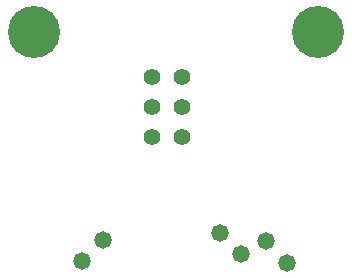
<source format=gbs>
G04 Layer_Color=16711935*
%FSLAX44Y44*%
%MOMM*%
G71*
G01*
G75*
%ADD37C,4.4032*%
%ADD38C,1.4732*%
%ADD39C,1.4032*%
%ADD40C,0.8032*%
D37*
X-10000Y192500D02*
D03*
X230000D02*
D03*
D38*
X48100Y16500D02*
D03*
X30140Y-1461D02*
D03*
X185790Y15461D02*
D03*
X203750Y-2500D02*
D03*
X147039Y22961D02*
D03*
X165000Y5000D02*
D03*
D39*
X115000Y104200D02*
D03*
Y155000D02*
D03*
X89600Y104200D02*
D03*
Y155000D02*
D03*
X115000Y129600D02*
D03*
X89600D02*
D03*
D40*
X115000Y104200D02*
D03*
X115000Y155000D02*
D03*
M02*

</source>
